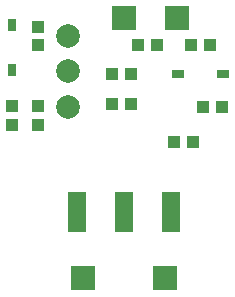
<source format=gbr>
%TF.GenerationSoftware,KiCad,Pcbnew,(6.0.7)*%
%TF.CreationDate,2023-04-28T12:35:49+03:00*%
%TF.ProjectId,ITR-2,4954522d-322e-46b6-9963-61645f706362,rev?*%
%TF.SameCoordinates,Original*%
%TF.FileFunction,Soldermask,Bot*%
%TF.FilePolarity,Negative*%
%FSLAX46Y46*%
G04 Gerber Fmt 4.6, Leading zero omitted, Abs format (unit mm)*
G04 Created by KiCad (PCBNEW (6.0.7)) date 2023-04-28 12:35:49*
%MOMM*%
%LPD*%
G01*
G04 APERTURE LIST*
G04 Aperture macros list*
%AMOutline4P*
0 Free polygon, 4 corners , with rotation*
0 The origin of the aperture is its center*
0 number of corners: always 4*
0 $1 to $8 corner X, Y*
0 $9 Rotation angle, in degrees counterclockwise*
0 create outline with 4 corners*
4,1,4,$1,$2,$3,$4,$5,$6,$7,$8,$1,$2,$9*%
G04 Aperture macros list end*
%ADD10R,1.100000X1.050000*%
%ADD11Outline4P,-1.000000X-1.000000X1.000000X-1.000000X1.000000X1.000000X-1.000000X1.000000X0.000000*%
%ADD12C,2.000000*%
%ADD13R,1.600000X3.500000*%
%ADD14R,1.050000X1.100000*%
%ADD15R,0.700000X1.100000*%
%ADD16R,1.100000X0.700000*%
G04 APERTURE END LIST*
D10*
%TO.C,R8*%
X143300000Y-92000000D03*
X141700000Y-92000000D03*
%TD*%
%TO.C,R9*%
X142300000Y-86750000D03*
X140700000Y-86750000D03*
%TD*%
D11*
%TO.C,X3*%
X139500000Y-84500000D03*
%TD*%
%TO.C,X2*%
X138500000Y-106500000D03*
%TD*%
D12*
%TO.C,SB1*%
X130250000Y-92000000D03*
X130250000Y-89000000D03*
X130250000Y-86000000D03*
%TD*%
D11*
%TO.C,X4*%
X135000000Y-84500000D03*
%TD*%
%TO.C,X1*%
X131500000Y-106500000D03*
%TD*%
D13*
%TO.C,R4*%
X139000000Y-100925000D03*
X135000000Y-100925000D03*
X131000000Y-100925000D03*
%TD*%
D10*
%TO.C,C1*%
X139200000Y-95000000D03*
X140800000Y-95000000D03*
%TD*%
%TO.C,R2*%
X135550000Y-91750000D03*
X133950000Y-91750000D03*
%TD*%
%TO.C,R1*%
X135550000Y-89250000D03*
X133950000Y-89250000D03*
%TD*%
%TO.C,C2*%
X136200000Y-86750000D03*
X137800000Y-86750000D03*
%TD*%
D14*
%TO.C,R6*%
X127750000Y-86800000D03*
X127750000Y-85200000D03*
%TD*%
%TO.C,R3*%
X125500000Y-91950000D03*
X125500000Y-93550000D03*
%TD*%
D15*
%TO.C,VD1*%
X125500000Y-85100000D03*
X125500000Y-88900000D03*
%TD*%
D16*
%TO.C,VD2*%
X139600000Y-89250000D03*
X143400000Y-89250000D03*
%TD*%
D14*
%TO.C,R5*%
X127750000Y-91950000D03*
X127750000Y-93550000D03*
%TD*%
M02*

</source>
